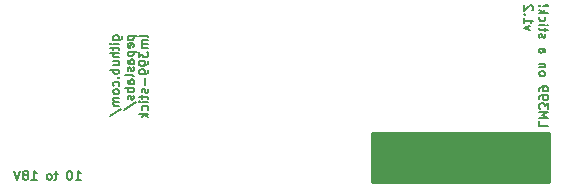
<source format=gbo>
G04 (created by PCBNEW (2013-07-07 BZR 4022)-stable) date Sat 06 Aug 2022 08:08:16 PM CDT*
%MOIN*%
G04 Gerber Fmt 3.4, Leading zero omitted, Abs format*
%FSLAX34Y34*%
G01*
G70*
G90*
G04 APERTURE LIST*
%ADD10C,0.00590551*%
%ADD11C,0.006*%
%ADD12C,0.01*%
G04 APERTURE END LIST*
G54D10*
G54D11*
X82828Y-54399D02*
X82628Y-54328D01*
X82828Y-54257D01*
X82628Y-53985D02*
X82628Y-54157D01*
X82628Y-54071D02*
X82928Y-54071D01*
X82885Y-54099D01*
X82857Y-54128D01*
X82842Y-54157D01*
X82657Y-53857D02*
X82642Y-53842D01*
X82628Y-53857D01*
X82642Y-53871D01*
X82657Y-53857D01*
X82628Y-53857D01*
X82900Y-53728D02*
X82914Y-53714D01*
X82928Y-53685D01*
X82928Y-53614D01*
X82914Y-53585D01*
X82900Y-53571D01*
X82871Y-53557D01*
X82842Y-53557D01*
X82800Y-53571D01*
X82628Y-53742D01*
X82628Y-53557D01*
X67671Y-59371D02*
X67842Y-59371D01*
X67757Y-59371D02*
X67757Y-59071D01*
X67785Y-59114D01*
X67814Y-59142D01*
X67842Y-59157D01*
X67485Y-59071D02*
X67457Y-59071D01*
X67428Y-59085D01*
X67414Y-59100D01*
X67399Y-59128D01*
X67385Y-59185D01*
X67385Y-59257D01*
X67399Y-59314D01*
X67414Y-59342D01*
X67428Y-59357D01*
X67457Y-59371D01*
X67485Y-59371D01*
X67514Y-59357D01*
X67528Y-59342D01*
X67542Y-59314D01*
X67557Y-59257D01*
X67557Y-59185D01*
X67542Y-59128D01*
X67528Y-59100D01*
X67514Y-59085D01*
X67485Y-59071D01*
X67071Y-59171D02*
X66957Y-59171D01*
X67028Y-59071D02*
X67028Y-59328D01*
X67014Y-59357D01*
X66985Y-59371D01*
X66957Y-59371D01*
X66814Y-59371D02*
X66842Y-59357D01*
X66857Y-59342D01*
X66871Y-59314D01*
X66871Y-59228D01*
X66857Y-59200D01*
X66842Y-59185D01*
X66814Y-59171D01*
X66771Y-59171D01*
X66742Y-59185D01*
X66728Y-59200D01*
X66714Y-59228D01*
X66714Y-59314D01*
X66728Y-59342D01*
X66742Y-59357D01*
X66771Y-59371D01*
X66814Y-59371D01*
X66200Y-59371D02*
X66371Y-59371D01*
X66285Y-59371D02*
X66285Y-59071D01*
X66314Y-59114D01*
X66342Y-59142D01*
X66371Y-59157D01*
X66028Y-59200D02*
X66057Y-59185D01*
X66071Y-59171D01*
X66085Y-59142D01*
X66085Y-59128D01*
X66071Y-59100D01*
X66057Y-59085D01*
X66028Y-59071D01*
X65971Y-59071D01*
X65942Y-59085D01*
X65928Y-59100D01*
X65914Y-59128D01*
X65914Y-59142D01*
X65928Y-59171D01*
X65942Y-59185D01*
X65971Y-59200D01*
X66028Y-59200D01*
X66057Y-59214D01*
X66071Y-59228D01*
X66085Y-59257D01*
X66085Y-59314D01*
X66071Y-59342D01*
X66057Y-59357D01*
X66028Y-59371D01*
X65971Y-59371D01*
X65942Y-59357D01*
X65928Y-59342D01*
X65914Y-59314D01*
X65914Y-59257D01*
X65928Y-59228D01*
X65942Y-59214D01*
X65971Y-59200D01*
X65828Y-59071D02*
X65728Y-59371D01*
X65628Y-59071D01*
X83128Y-57428D02*
X83128Y-57571D01*
X83428Y-57571D01*
X83128Y-57328D02*
X83428Y-57328D01*
X83214Y-57228D01*
X83428Y-57128D01*
X83128Y-57128D01*
X83428Y-57014D02*
X83428Y-56828D01*
X83314Y-56928D01*
X83314Y-56885D01*
X83300Y-56857D01*
X83285Y-56842D01*
X83257Y-56828D01*
X83185Y-56828D01*
X83157Y-56842D01*
X83142Y-56857D01*
X83128Y-56885D01*
X83128Y-56971D01*
X83142Y-56999D01*
X83157Y-57014D01*
X83128Y-56685D02*
X83128Y-56628D01*
X83142Y-56599D01*
X83157Y-56585D01*
X83200Y-56557D01*
X83257Y-56542D01*
X83371Y-56542D01*
X83400Y-56557D01*
X83414Y-56571D01*
X83428Y-56599D01*
X83428Y-56657D01*
X83414Y-56685D01*
X83400Y-56699D01*
X83371Y-56714D01*
X83300Y-56714D01*
X83271Y-56699D01*
X83257Y-56685D01*
X83242Y-56657D01*
X83242Y-56599D01*
X83257Y-56571D01*
X83271Y-56557D01*
X83300Y-56542D01*
X83128Y-56400D02*
X83128Y-56342D01*
X83142Y-56314D01*
X83157Y-56300D01*
X83200Y-56271D01*
X83257Y-56257D01*
X83371Y-56257D01*
X83400Y-56271D01*
X83414Y-56285D01*
X83428Y-56314D01*
X83428Y-56371D01*
X83414Y-56400D01*
X83400Y-56414D01*
X83371Y-56428D01*
X83300Y-56428D01*
X83271Y-56414D01*
X83257Y-56400D01*
X83242Y-56371D01*
X83242Y-56314D01*
X83257Y-56285D01*
X83271Y-56271D01*
X83300Y-56257D01*
X83128Y-55857D02*
X83142Y-55885D01*
X83157Y-55900D01*
X83185Y-55914D01*
X83271Y-55914D01*
X83300Y-55900D01*
X83314Y-55885D01*
X83328Y-55857D01*
X83328Y-55814D01*
X83314Y-55785D01*
X83300Y-55771D01*
X83271Y-55757D01*
X83185Y-55757D01*
X83157Y-55771D01*
X83142Y-55785D01*
X83128Y-55814D01*
X83128Y-55857D01*
X83328Y-55628D02*
X83128Y-55628D01*
X83300Y-55628D02*
X83314Y-55614D01*
X83328Y-55585D01*
X83328Y-55542D01*
X83314Y-55514D01*
X83285Y-55500D01*
X83128Y-55500D01*
X83128Y-55000D02*
X83285Y-55000D01*
X83314Y-55014D01*
X83328Y-55042D01*
X83328Y-55100D01*
X83314Y-55128D01*
X83142Y-55000D02*
X83128Y-55028D01*
X83128Y-55100D01*
X83142Y-55128D01*
X83171Y-55142D01*
X83200Y-55142D01*
X83228Y-55128D01*
X83242Y-55100D01*
X83242Y-55028D01*
X83257Y-55000D01*
X83142Y-54642D02*
X83128Y-54614D01*
X83128Y-54557D01*
X83142Y-54528D01*
X83171Y-54514D01*
X83185Y-54514D01*
X83214Y-54528D01*
X83228Y-54557D01*
X83228Y-54600D01*
X83242Y-54628D01*
X83271Y-54642D01*
X83285Y-54642D01*
X83314Y-54628D01*
X83328Y-54600D01*
X83328Y-54557D01*
X83314Y-54528D01*
X83328Y-54428D02*
X83328Y-54314D01*
X83428Y-54385D02*
X83171Y-54385D01*
X83142Y-54371D01*
X83128Y-54342D01*
X83128Y-54314D01*
X83128Y-54214D02*
X83328Y-54214D01*
X83428Y-54214D02*
X83414Y-54228D01*
X83400Y-54214D01*
X83414Y-54200D01*
X83428Y-54214D01*
X83400Y-54214D01*
X83142Y-53942D02*
X83128Y-53971D01*
X83128Y-54028D01*
X83142Y-54057D01*
X83157Y-54071D01*
X83185Y-54085D01*
X83271Y-54085D01*
X83300Y-54071D01*
X83314Y-54057D01*
X83328Y-54028D01*
X83328Y-53971D01*
X83314Y-53942D01*
X83128Y-53814D02*
X83428Y-53814D01*
X83242Y-53785D02*
X83128Y-53700D01*
X83328Y-53700D02*
X83214Y-53814D01*
X83157Y-53571D02*
X83142Y-53557D01*
X83128Y-53571D01*
X83142Y-53585D01*
X83157Y-53571D01*
X83128Y-53571D01*
X83242Y-53571D02*
X83414Y-53585D01*
X83428Y-53571D01*
X83414Y-53557D01*
X83242Y-53571D01*
X83428Y-53571D01*
X68921Y-54700D02*
X69164Y-54700D01*
X69192Y-54685D01*
X69207Y-54671D01*
X69221Y-54642D01*
X69221Y-54600D01*
X69207Y-54571D01*
X69107Y-54700D02*
X69121Y-54671D01*
X69121Y-54614D01*
X69107Y-54585D01*
X69092Y-54571D01*
X69064Y-54557D01*
X68978Y-54557D01*
X68950Y-54571D01*
X68935Y-54585D01*
X68921Y-54614D01*
X68921Y-54671D01*
X68935Y-54700D01*
X69121Y-54842D02*
X68921Y-54842D01*
X68821Y-54842D02*
X68835Y-54828D01*
X68850Y-54842D01*
X68835Y-54857D01*
X68821Y-54842D01*
X68850Y-54842D01*
X68921Y-54942D02*
X68921Y-55057D01*
X68821Y-54985D02*
X69078Y-54985D01*
X69107Y-55000D01*
X69121Y-55028D01*
X69121Y-55057D01*
X69121Y-55157D02*
X68821Y-55157D01*
X69121Y-55285D02*
X68964Y-55285D01*
X68935Y-55271D01*
X68921Y-55242D01*
X68921Y-55200D01*
X68935Y-55171D01*
X68950Y-55157D01*
X68921Y-55557D02*
X69121Y-55557D01*
X68921Y-55428D02*
X69078Y-55428D01*
X69107Y-55442D01*
X69121Y-55471D01*
X69121Y-55514D01*
X69107Y-55542D01*
X69092Y-55557D01*
X69121Y-55700D02*
X68821Y-55700D01*
X68935Y-55700D02*
X68921Y-55728D01*
X68921Y-55785D01*
X68935Y-55814D01*
X68950Y-55828D01*
X68978Y-55842D01*
X69064Y-55842D01*
X69092Y-55828D01*
X69107Y-55814D01*
X69121Y-55785D01*
X69121Y-55728D01*
X69107Y-55700D01*
X69092Y-55971D02*
X69107Y-55985D01*
X69121Y-55971D01*
X69107Y-55957D01*
X69092Y-55971D01*
X69121Y-55971D01*
X69107Y-56242D02*
X69121Y-56214D01*
X69121Y-56157D01*
X69107Y-56128D01*
X69092Y-56114D01*
X69064Y-56100D01*
X68978Y-56100D01*
X68950Y-56114D01*
X68935Y-56128D01*
X68921Y-56157D01*
X68921Y-56214D01*
X68935Y-56242D01*
X69121Y-56414D02*
X69107Y-56385D01*
X69092Y-56371D01*
X69064Y-56357D01*
X68978Y-56357D01*
X68950Y-56371D01*
X68935Y-56385D01*
X68921Y-56414D01*
X68921Y-56457D01*
X68935Y-56485D01*
X68950Y-56500D01*
X68978Y-56514D01*
X69064Y-56514D01*
X69092Y-56500D01*
X69107Y-56485D01*
X69121Y-56457D01*
X69121Y-56414D01*
X69121Y-56642D02*
X68921Y-56642D01*
X68950Y-56642D02*
X68935Y-56657D01*
X68921Y-56685D01*
X68921Y-56728D01*
X68935Y-56757D01*
X68964Y-56771D01*
X69121Y-56771D01*
X68964Y-56771D02*
X68935Y-56785D01*
X68921Y-56814D01*
X68921Y-56857D01*
X68935Y-56885D01*
X68964Y-56900D01*
X69121Y-56900D01*
X68807Y-57257D02*
X69192Y-57000D01*
X69401Y-54571D02*
X69701Y-54571D01*
X69415Y-54571D02*
X69401Y-54600D01*
X69401Y-54657D01*
X69415Y-54685D01*
X69430Y-54700D01*
X69458Y-54714D01*
X69544Y-54714D01*
X69572Y-54700D01*
X69587Y-54685D01*
X69601Y-54657D01*
X69601Y-54600D01*
X69587Y-54571D01*
X69587Y-54957D02*
X69601Y-54928D01*
X69601Y-54871D01*
X69587Y-54842D01*
X69558Y-54828D01*
X69444Y-54828D01*
X69415Y-54842D01*
X69401Y-54871D01*
X69401Y-54928D01*
X69415Y-54957D01*
X69444Y-54971D01*
X69472Y-54971D01*
X69501Y-54828D01*
X69401Y-55100D02*
X69701Y-55100D01*
X69415Y-55100D02*
X69401Y-55128D01*
X69401Y-55185D01*
X69415Y-55214D01*
X69430Y-55228D01*
X69458Y-55242D01*
X69544Y-55242D01*
X69572Y-55228D01*
X69587Y-55214D01*
X69601Y-55185D01*
X69601Y-55128D01*
X69587Y-55100D01*
X69601Y-55500D02*
X69444Y-55500D01*
X69415Y-55485D01*
X69401Y-55457D01*
X69401Y-55400D01*
X69415Y-55371D01*
X69587Y-55500D02*
X69601Y-55471D01*
X69601Y-55400D01*
X69587Y-55371D01*
X69558Y-55357D01*
X69530Y-55357D01*
X69501Y-55371D01*
X69487Y-55400D01*
X69487Y-55471D01*
X69472Y-55500D01*
X69587Y-55628D02*
X69601Y-55657D01*
X69601Y-55714D01*
X69587Y-55742D01*
X69558Y-55757D01*
X69544Y-55757D01*
X69515Y-55742D01*
X69501Y-55714D01*
X69501Y-55671D01*
X69487Y-55642D01*
X69458Y-55628D01*
X69444Y-55628D01*
X69415Y-55642D01*
X69401Y-55671D01*
X69401Y-55714D01*
X69415Y-55742D01*
X69601Y-55928D02*
X69587Y-55900D01*
X69558Y-55885D01*
X69301Y-55885D01*
X69601Y-56171D02*
X69444Y-56171D01*
X69415Y-56157D01*
X69401Y-56128D01*
X69401Y-56071D01*
X69415Y-56042D01*
X69587Y-56171D02*
X69601Y-56142D01*
X69601Y-56071D01*
X69587Y-56042D01*
X69558Y-56028D01*
X69530Y-56028D01*
X69501Y-56042D01*
X69487Y-56071D01*
X69487Y-56142D01*
X69472Y-56171D01*
X69601Y-56314D02*
X69301Y-56314D01*
X69415Y-56314D02*
X69401Y-56342D01*
X69401Y-56400D01*
X69415Y-56428D01*
X69430Y-56442D01*
X69458Y-56457D01*
X69544Y-56457D01*
X69572Y-56442D01*
X69587Y-56428D01*
X69601Y-56400D01*
X69601Y-56342D01*
X69587Y-56314D01*
X69587Y-56571D02*
X69601Y-56600D01*
X69601Y-56657D01*
X69587Y-56685D01*
X69558Y-56700D01*
X69544Y-56700D01*
X69515Y-56685D01*
X69501Y-56657D01*
X69501Y-56614D01*
X69487Y-56585D01*
X69458Y-56571D01*
X69444Y-56571D01*
X69415Y-56585D01*
X69401Y-56614D01*
X69401Y-56657D01*
X69415Y-56685D01*
X69287Y-57042D02*
X69672Y-56785D01*
X70081Y-54614D02*
X70067Y-54585D01*
X70038Y-54571D01*
X69781Y-54571D01*
X70081Y-54728D02*
X69881Y-54728D01*
X69910Y-54728D02*
X69895Y-54742D01*
X69881Y-54771D01*
X69881Y-54814D01*
X69895Y-54842D01*
X69924Y-54857D01*
X70081Y-54857D01*
X69924Y-54857D02*
X69895Y-54871D01*
X69881Y-54900D01*
X69881Y-54942D01*
X69895Y-54971D01*
X69924Y-54985D01*
X70081Y-54985D01*
X69781Y-55100D02*
X69781Y-55285D01*
X69895Y-55185D01*
X69895Y-55228D01*
X69910Y-55257D01*
X69924Y-55271D01*
X69952Y-55285D01*
X70024Y-55285D01*
X70052Y-55271D01*
X70067Y-55257D01*
X70081Y-55228D01*
X70081Y-55142D01*
X70067Y-55114D01*
X70052Y-55100D01*
X70081Y-55428D02*
X70081Y-55485D01*
X70067Y-55514D01*
X70052Y-55528D01*
X70010Y-55557D01*
X69952Y-55571D01*
X69838Y-55571D01*
X69810Y-55557D01*
X69795Y-55542D01*
X69781Y-55514D01*
X69781Y-55457D01*
X69795Y-55428D01*
X69810Y-55414D01*
X69838Y-55400D01*
X69910Y-55400D01*
X69938Y-55414D01*
X69952Y-55428D01*
X69967Y-55457D01*
X69967Y-55514D01*
X69952Y-55542D01*
X69938Y-55557D01*
X69910Y-55571D01*
X70081Y-55714D02*
X70081Y-55771D01*
X70067Y-55800D01*
X70052Y-55814D01*
X70010Y-55842D01*
X69952Y-55857D01*
X69838Y-55857D01*
X69810Y-55842D01*
X69795Y-55828D01*
X69781Y-55800D01*
X69781Y-55742D01*
X69795Y-55714D01*
X69810Y-55700D01*
X69838Y-55685D01*
X69910Y-55685D01*
X69938Y-55700D01*
X69952Y-55714D01*
X69967Y-55742D01*
X69967Y-55800D01*
X69952Y-55828D01*
X69938Y-55842D01*
X69910Y-55857D01*
X69967Y-55985D02*
X69967Y-56214D01*
X70067Y-56342D02*
X70081Y-56371D01*
X70081Y-56428D01*
X70067Y-56457D01*
X70038Y-56471D01*
X70024Y-56471D01*
X69995Y-56457D01*
X69981Y-56428D01*
X69981Y-56385D01*
X69967Y-56357D01*
X69938Y-56342D01*
X69924Y-56342D01*
X69895Y-56357D01*
X69881Y-56385D01*
X69881Y-56428D01*
X69895Y-56457D01*
X69881Y-56557D02*
X69881Y-56671D01*
X69781Y-56600D02*
X70038Y-56600D01*
X70067Y-56614D01*
X70081Y-56642D01*
X70081Y-56671D01*
X70081Y-56771D02*
X69881Y-56771D01*
X69781Y-56771D02*
X69795Y-56757D01*
X69810Y-56771D01*
X69795Y-56785D01*
X69781Y-56771D01*
X69810Y-56771D01*
X70067Y-57042D02*
X70081Y-57014D01*
X70081Y-56957D01*
X70067Y-56928D01*
X70052Y-56914D01*
X70024Y-56900D01*
X69938Y-56900D01*
X69910Y-56914D01*
X69895Y-56928D01*
X69881Y-56957D01*
X69881Y-57014D01*
X69895Y-57042D01*
X70081Y-57171D02*
X69781Y-57171D01*
X69967Y-57200D02*
X70081Y-57285D01*
X69881Y-57285D02*
X69995Y-57171D01*
G54D10*
G36*
X83450Y-59450D02*
X77550Y-59450D01*
X77550Y-57800D01*
X83450Y-57800D01*
X83450Y-59450D01*
X83450Y-59450D01*
G37*
G54D12*
X83450Y-59450D02*
X77550Y-59450D01*
X77550Y-57800D01*
X83450Y-57800D01*
X83450Y-59450D01*
M02*

</source>
